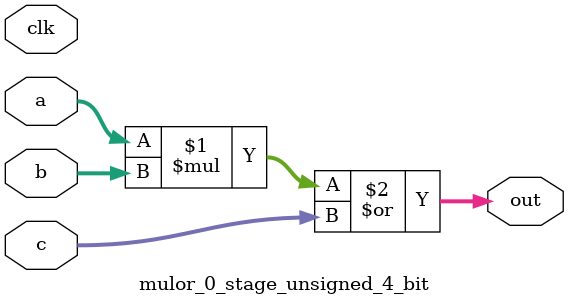
<source format=sv>
(* use_dsp = "yes" *) module mulor_0_stage_unsigned_4_bit(
	input  [3:0] a,
	input  [3:0] b,
	input  [3:0] c,
	output [3:0] out,
	input clk);

	assign out = (a * b) | c;
endmodule

</source>
